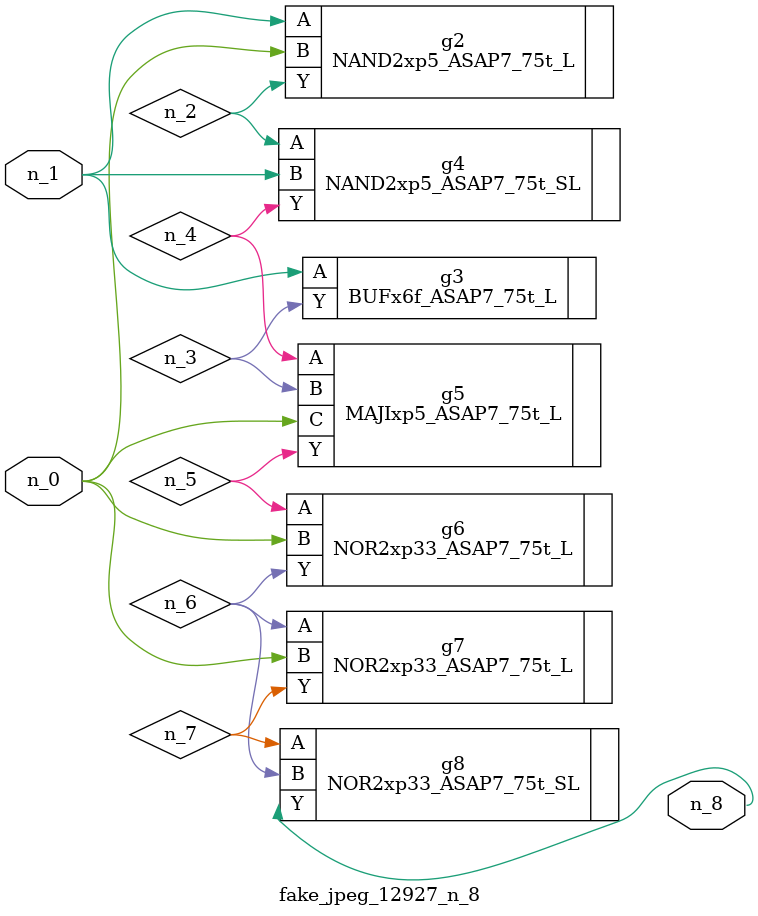
<source format=v>
module fake_jpeg_12927_n_8 (n_0, n_1, n_8);

input n_0;
input n_1;

output n_8;

wire n_3;
wire n_2;
wire n_4;
wire n_6;
wire n_5;
wire n_7;

NAND2xp5_ASAP7_75t_L g2 ( 
.A(n_1),
.B(n_0),
.Y(n_2)
);

BUFx6f_ASAP7_75t_L g3 ( 
.A(n_1),
.Y(n_3)
);

NAND2xp5_ASAP7_75t_SL g4 ( 
.A(n_2),
.B(n_1),
.Y(n_4)
);

MAJIxp5_ASAP7_75t_L g5 ( 
.A(n_4),
.B(n_3),
.C(n_0),
.Y(n_5)
);

NOR2xp33_ASAP7_75t_L g6 ( 
.A(n_5),
.B(n_0),
.Y(n_6)
);

NOR2xp33_ASAP7_75t_L g7 ( 
.A(n_6),
.B(n_0),
.Y(n_7)
);

NOR2xp33_ASAP7_75t_SL g8 ( 
.A(n_7),
.B(n_6),
.Y(n_8)
);


endmodule
</source>
